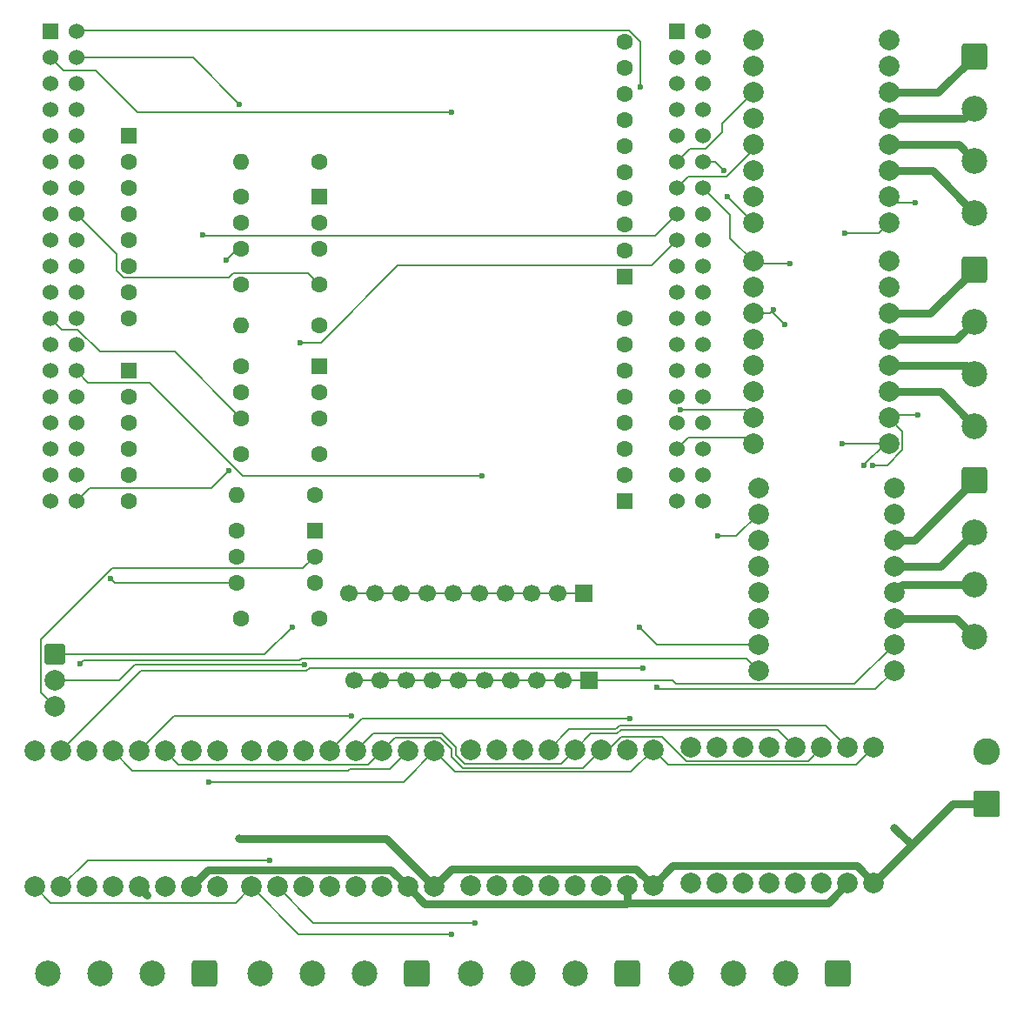
<source format=gbr>
%TF.GenerationSoftware,KiCad,Pcbnew,9.0.5*%
%TF.CreationDate,2025-10-28T11:21:23+01:00*%
%TF.ProjectId,wokringv1ar,776f6b72-696e-4677-9631-61722e6b6963,rev?*%
%TF.SameCoordinates,Original*%
%TF.FileFunction,Copper,L1,Top*%
%TF.FilePolarity,Positive*%
%FSLAX46Y46*%
G04 Gerber Fmt 4.6, Leading zero omitted, Abs format (unit mm)*
G04 Created by KiCad (PCBNEW 9.0.5) date 2025-10-28 11:21:23*
%MOMM*%
%LPD*%
G01*
G04 APERTURE LIST*
G04 Aperture macros list*
%AMRoundRect*
0 Rectangle with rounded corners*
0 $1 Rounding radius*
0 $2 $3 $4 $5 $6 $7 $8 $9 X,Y pos of 4 corners*
0 Add a 4 corners polygon primitive as box body*
4,1,4,$2,$3,$4,$5,$6,$7,$8,$9,$2,$3,0*
0 Add four circle primitives for the rounded corners*
1,1,$1+$1,$2,$3*
1,1,$1+$1,$4,$5*
1,1,$1+$1,$6,$7*
1,1,$1+$1,$8,$9*
0 Add four rect primitives between the rounded corners*
20,1,$1+$1,$2,$3,$4,$5,0*
20,1,$1+$1,$4,$5,$6,$7,0*
20,1,$1+$1,$6,$7,$8,$9,0*
20,1,$1+$1,$8,$9,$2,$3,0*%
G04 Aperture macros list end*
%TA.AperFunction,ComponentPad*%
%ADD10RoundRect,0.250000X-1.000000X1.000000X-1.000000X-1.000000X1.000000X-1.000000X1.000000X1.000000X0*%
%TD*%
%TA.AperFunction,ComponentPad*%
%ADD11C,2.500000*%
%TD*%
%TA.AperFunction,ComponentPad*%
%ADD12R,1.605000X1.605000*%
%TD*%
%TA.AperFunction,ComponentPad*%
%ADD13C,1.605000*%
%TD*%
%TA.AperFunction,ComponentPad*%
%ADD14R,1.530000X1.530000*%
%TD*%
%TA.AperFunction,ComponentPad*%
%ADD15C,1.530000*%
%TD*%
%TA.AperFunction,ComponentPad*%
%ADD16C,2.000000*%
%TD*%
%TA.AperFunction,ComponentPad*%
%ADD17RoundRect,0.250000X1.000000X1.000000X-1.000000X1.000000X-1.000000X-1.000000X1.000000X-1.000000X0*%
%TD*%
%TA.AperFunction,ComponentPad*%
%ADD18RoundRect,0.250000X-0.750000X0.750000X-0.750000X-0.750000X0.750000X-0.750000X0.750000X0.750000X0*%
%TD*%
%TA.AperFunction,ComponentPad*%
%ADD19R,1.700000X1.700000*%
%TD*%
%TA.AperFunction,ComponentPad*%
%ADD20C,1.700000*%
%TD*%
%TA.AperFunction,ComponentPad*%
%ADD21RoundRect,0.250000X1.050000X-1.050000X1.050000X1.050000X-1.050000X1.050000X-1.050000X-1.050000X0*%
%TD*%
%TA.AperFunction,ComponentPad*%
%ADD22C,2.600000*%
%TD*%
%TA.AperFunction,ComponentPad*%
%ADD23RoundRect,0.250000X0.550000X0.550000X-0.550000X0.550000X-0.550000X-0.550000X0.550000X-0.550000X0*%
%TD*%
%TA.AperFunction,ComponentPad*%
%ADD24C,1.600000*%
%TD*%
%TA.AperFunction,ComponentPad*%
%ADD25O,1.600000X1.600000*%
%TD*%
%TA.AperFunction,ViaPad*%
%ADD26C,0.600000*%
%TD*%
%TA.AperFunction,ViaPad*%
%ADD27C,0.800000*%
%TD*%
%TA.AperFunction,Conductor*%
%ADD28C,0.200000*%
%TD*%
%TA.AperFunction,Conductor*%
%ADD29C,0.750000*%
%TD*%
G04 APERTURE END LIST*
D10*
%TO.P,MM6,1,Pin_1*%
%TO.N,/MOTOR6_A1*%
X181500000Y-79000000D03*
D11*
%TO.P,MM6,2,Pin_2*%
%TO.N,/MOTOR6_A2*%
X181500000Y-84080000D03*
%TO.P,MM6,3,Pin_3*%
%TO.N,/MOTOR6_B1*%
X181500000Y-89160000D03*
%TO.P,MM6,4,Pin_4*%
%TO.N,/MOTOR6_B2*%
X181500000Y-94240000D03*
%TD*%
D12*
%TO.P,U1,CN5_1,D8*%
%TO.N,unconnected-(U1F-D8-PadCN5_1)*%
X147500000Y-79740000D03*
D13*
%TO.P,U1,CN5_2,D9*%
%TO.N,unconnected-(U1F-D9-PadCN5_2)*%
X147500000Y-77200000D03*
%TO.P,U1,CN5_3,D10*%
%TO.N,unconnected-(U1F-D10-PadCN5_3)*%
X147500000Y-74660000D03*
%TO.P,U1,CN5_4,D11*%
%TO.N,unconnected-(U1F-D11-PadCN5_4)*%
X147500000Y-72120000D03*
%TO.P,U1,CN5_5,D12*%
%TO.N,unconnected-(U1F-D12-PadCN5_5)*%
X147500000Y-69580000D03*
%TO.P,U1,CN5_6,D13*%
%TO.N,unconnected-(U1F-D13-PadCN5_6)*%
X147500000Y-67040000D03*
%TO.P,U1,CN5_7,CN5_GND*%
%TO.N,unconnected-(U1F-CN5_GND-PadCN5_7)*%
X147500000Y-64500000D03*
%TO.P,U1,CN5_8,AREF*%
%TO.N,unconnected-(U1F-AREF-PadCN5_8)*%
X147500000Y-61960000D03*
%TO.P,U1,CN5_9,D14*%
%TO.N,unconnected-(U1F-D14-PadCN5_9)*%
X147500000Y-59420000D03*
%TO.P,U1,CN5_10,D15*%
%TO.N,unconnected-(U1F-D15-PadCN5_10)*%
X147500000Y-56880000D03*
D12*
%TO.P,U1,CN6_1*%
%TO.N,N/C*%
X99240000Y-66020000D03*
D13*
%TO.P,U1,CN6_2,CN6_IOREF*%
%TO.N,unconnected-(U1C-CN6_IOREF-PadCN6_2)*%
X99240000Y-68560000D03*
%TO.P,U1,CN6_3,CN6_RESET*%
%TO.N,unconnected-(U1C-CN6_RESET-PadCN6_3)*%
X99240000Y-71100000D03*
%TO.P,U1,CN6_4,CN6_+3V3*%
%TO.N,unconnected-(U1C-CN6_+3V3-PadCN6_4)*%
X99240000Y-73640000D03*
%TO.P,U1,CN6_5,CN6_+5V*%
%TO.N,unconnected-(U1C-CN6_+5V-PadCN6_5)*%
X99240000Y-76180000D03*
%TO.P,U1,CN6_6,CN6_GND*%
%TO.N,unconnected-(U1C-CN6_GND-PadCN6_6)*%
X99240000Y-78720000D03*
%TO.P,U1,CN6_7,CN6_GND__1*%
%TO.N,unconnected-(U1C-CN6_GND__1-PadCN6_7)*%
X99240000Y-81260000D03*
%TO.P,U1,CN6_8,CN6_VIN*%
%TO.N,unconnected-(U1C-CN6_VIN-PadCN6_8)*%
X99240000Y-83800000D03*
D14*
%TO.P,U1,CN7_1,PC10*%
%TO.N,DIR5*%
X91620000Y-55860000D03*
D15*
%TO.P,U1,CN7_2,PC11*%
%TO.N,DIR4*%
X94160000Y-55860000D03*
%TO.P,U1,CN7_3,PC12*%
%TO.N,DIR3*%
X91620000Y-58400000D03*
%TO.P,U1,CN7_4,PD2*%
%TO.N,DIR2*%
X94160000Y-58400000D03*
%TO.P,U1,CN7_5,VDD*%
%TO.N,unconnected-(U1A-VDD-PadCN7_5)*%
X91620000Y-60940000D03*
%TO.P,U1,CN7_6,E5V*%
%TO.N,unconnected-(U1A-E5V-PadCN7_6)*%
X94160000Y-60940000D03*
%TO.P,U1,CN7_7,BOOT0*%
%TO.N,unconnected-(U1A-BOOT0-PadCN7_7)*%
X91620000Y-63480000D03*
%TO.P,U1,CN7_8,CN7_GND*%
%TO.N,GND_IO*%
X94160000Y-63480000D03*
%TO.P,U1,CN7_9*%
%TO.N,N/C*%
X91620000Y-66020000D03*
%TO.P,U1,CN7_10*%
X94160000Y-66020000D03*
%TO.P,U1,CN7_11*%
X91620000Y-68560000D03*
%TO.P,U1,CN7_12,CN7_IOREF*%
%TO.N,unconnected-(U1A-CN7_IOREF-PadCN7_12)*%
X94160000Y-68560000D03*
%TO.P,U1,CN7_13,PA13*%
%TO.N,unconnected-(U1A-PA13-PadCN7_13)*%
X91620000Y-71100000D03*
%TO.P,U1,CN7_14,CN7_RESET*%
%TO.N,unconnected-(U1A-CN7_RESET-PadCN7_14)*%
X94160000Y-71100000D03*
%TO.P,U1,CN7_15,PA14*%
%TO.N,unconnected-(U1A-PA14-PadCN7_15)*%
X91620000Y-73640000D03*
%TO.P,U1,CN7_16,CN7_+3V3*%
%TO.N,VCC_IO*%
X94160000Y-73640000D03*
%TO.P,U1,CN7_17,PA15*%
%TO.N,unconnected-(U1A-PA15-PadCN7_17)*%
X91620000Y-76180000D03*
%TO.P,U1,CN7_18,CN7_+5V*%
%TO.N,unconnected-(U1A-CN7_+5V-PadCN7_18)*%
X94160000Y-76180000D03*
%TO.P,U1,CN7_19,CN7_GND__1*%
%TO.N,unconnected-(U1A-CN7_GND__1-PadCN7_19)*%
X91620000Y-78720000D03*
%TO.P,U1,CN7_20,CN7_GND__2*%
%TO.N,unconnected-(U1A-CN7_GND__2-PadCN7_20)*%
X94160000Y-78720000D03*
%TO.P,U1,CN7_21,PB7*%
%TO.N,LIMIT5_OUT*%
X91620000Y-81260000D03*
%TO.P,U1,CN7_22,CN7_GND__3*%
%TO.N,unconnected-(U1A-CN7_GND__3-PadCN7_22)*%
X94160000Y-81260000D03*
%TO.P,U1,CN7_23,PC13*%
%TO.N,LIMIT4_OUT*%
X91620000Y-83800000D03*
%TO.P,U1,CN7_24,CN7_VIN*%
%TO.N,unconnected-(U1A-CN7_VIN-PadCN7_24)*%
X94160000Y-83800000D03*
%TO.P,U1,CN7_25,PC14*%
%TO.N,LIMIT3*%
X91620000Y-86340000D03*
%TO.P,U1,CN7_26*%
%TO.N,N/C*%
X94160000Y-86340000D03*
%TO.P,U1,CN7_27,PC15*%
%TO.N,LIMIT2*%
X91620000Y-88880000D03*
%TO.P,U1,CN7_28,PA0*%
%TO.N,STEP3*%
X94160000Y-88880000D03*
%TO.P,U1,CN7_29,PH0*%
%TO.N,unconnected-(U1A-PH0-PadCN7_29)*%
X91620000Y-91420000D03*
%TO.P,U1,CN7_30,PA1*%
%TO.N,ENC1*%
X94160000Y-91420000D03*
%TO.P,U1,CN7_31,PH1*%
%TO.N,unconnected-(U1A-PH1-PadCN7_31)*%
X91620000Y-93960000D03*
%TO.P,U1,CN7_32,PA4*%
%TO.N,CSN*%
X94160000Y-93960000D03*
%TO.P,U1,CN7_33,VBAT*%
%TO.N,unconnected-(U1A-VBAT-PadCN7_33)*%
X91620000Y-96500000D03*
%TO.P,U1,CN7_34,PB0*%
%TO.N,ENC7*%
X94160000Y-96500000D03*
%TO.P,U1,CN7_35,PC2*%
%TO.N,ENC4*%
X91620000Y-99040000D03*
%TO.P,U1,CN7_36,PC1/PB9*%
%TO.N,DIR1*%
X94160000Y-99040000D03*
%TO.P,U1,CN7_37,PC3*%
%TO.N,ENC2*%
X91620000Y-101580000D03*
%TO.P,U1,CN7_38,PC0/PB8*%
%TO.N,LIMIT1_OUT*%
X94160000Y-101580000D03*
D12*
%TO.P,U1,CN8_1,A0*%
%TO.N,unconnected-(U1E-A0-PadCN8_1)*%
X99240000Y-88880000D03*
D13*
%TO.P,U1,CN8_2,A1*%
%TO.N,unconnected-(U1E-A1-PadCN8_2)*%
X99240000Y-91420000D03*
%TO.P,U1,CN8_3,A2*%
%TO.N,unconnected-(U1E-A2-PadCN8_3)*%
X99240000Y-93960000D03*
%TO.P,U1,CN8_4,A3*%
%TO.N,unconnected-(U1E-A3-PadCN8_4)*%
X99240000Y-96500000D03*
%TO.P,U1,CN8_5,A4*%
%TO.N,unconnected-(U1E-A4-PadCN8_5)*%
X99240000Y-99040000D03*
%TO.P,U1,CN8_6,A5*%
%TO.N,unconnected-(U1E-A5-PadCN8_6)*%
X99240000Y-101580000D03*
D12*
%TO.P,U1,CN9_1,D0*%
%TO.N,unconnected-(U1D-D0-PadCN9_1)*%
X147500000Y-101580000D03*
D13*
%TO.P,U1,CN9_2,D1*%
%TO.N,unconnected-(U1D-D1-PadCN9_2)*%
X147500000Y-99040000D03*
%TO.P,U1,CN9_3,D2*%
%TO.N,unconnected-(U1D-D2-PadCN9_3)*%
X147500000Y-96500000D03*
%TO.P,U1,CN9_4,D3*%
%TO.N,unconnected-(U1D-D3-PadCN9_4)*%
X147500000Y-93960000D03*
%TO.P,U1,CN9_5,D4*%
%TO.N,unconnected-(U1D-D4-PadCN9_5)*%
X147500000Y-91420000D03*
%TO.P,U1,CN9_6,D5*%
%TO.N,unconnected-(U1D-D5-PadCN9_6)*%
X147500000Y-88880000D03*
%TO.P,U1,CN9_7,D6*%
%TO.N,unconnected-(U1D-D6-PadCN9_7)*%
X147500000Y-86340000D03*
%TO.P,U1,CN9_8,D7*%
%TO.N,unconnected-(U1D-D7-PadCN9_8)*%
X147500000Y-83800000D03*
D14*
%TO.P,U1,CN10_1,PC9*%
%TO.N,unconnected-(U1B-PC9-PadCN10_1)*%
X152580000Y-55860000D03*
D15*
%TO.P,U1,CN10_2,PC8*%
%TO.N,unconnected-(U1B-PC8-PadCN10_2)*%
X155120000Y-55860000D03*
%TO.P,U1,CN10_3,PB8*%
%TO.N,STEP5*%
X152580000Y-58400000D03*
%TO.P,U1,CN10_4,PC6*%
%TO.N,STEP4*%
X155120000Y-58400000D03*
%TO.P,U1,CN10_5,PB9*%
%TO.N,STEP6*%
X152580000Y-60940000D03*
%TO.P,U1,CN10_6,PC5*%
%TO.N,ENC5*%
X155120000Y-60940000D03*
%TO.P,U1,CN10_7,AVDD*%
%TO.N,unconnected-(U1B-AVDD-PadCN10_7)*%
X152580000Y-63480000D03*
%TO.P,U1,CN10_8,U5V*%
%TO.N,unconnected-(U1B-U5V-PadCN10_8)*%
X155120000Y-63480000D03*
%TO.P,U1,CN10_9,CN10_GND*%
%TO.N,unconnected-(U1B-CN10_GND-PadCN10_9)*%
X152580000Y-66020000D03*
%TO.P,U1,CN10_10*%
%TO.N,N/C*%
X155120000Y-66020000D03*
%TO.P,U1,CN10_11,PA5*%
%TO.N,SCK*%
X152580000Y-68560000D03*
%TO.P,U1,CN10_12,PA12*%
%TO.N,DIR7*%
X155120000Y-68560000D03*
%TO.P,U1,CN10_13,PA6*%
%TO.N,MISO_OUT*%
X152580000Y-71100000D03*
%TO.P,U1,CN10_14,PA11*%
%TO.N,EN*%
X155120000Y-71100000D03*
%TO.P,U1,CN10_15,PA7*%
%TO.N,MOSI_OUT*%
X152580000Y-73640000D03*
%TO.P,U1,CN10_16,PB12*%
%TO.N,unconnected-(U1B-PB12-PadCN10_16)*%
X155120000Y-73640000D03*
%TO.P,U1,CN10_17,PB6*%
%TO.N,STEP2*%
X152580000Y-76180000D03*
%TO.P,U1,CN10_18*%
%TO.N,N/C*%
X155120000Y-76180000D03*
%TO.P,U1,CN10_19,PC7*%
%TO.N,STEP1*%
X152580000Y-78720000D03*
%TO.P,U1,CN10_20,CN10_GND__1*%
%TO.N,unconnected-(U1B-CN10_GND__1-PadCN10_20)*%
X155120000Y-78720000D03*
%TO.P,U1,CN10_21,PA9*%
%TO.N,unconnected-(U1B-PA9-PadCN10_21)*%
X152580000Y-81260000D03*
%TO.P,U1,CN10_22,PB2*%
%TO.N,unconnected-(U1B-PB2-PadCN10_22)*%
X155120000Y-81260000D03*
%TO.P,U1,CN10_23,PA8*%
%TO.N,unconnected-(U1B-PA8-PadCN10_23)*%
X152580000Y-83800000D03*
%TO.P,U1,CN10_24,PB1*%
%TO.N,ENC3*%
X155120000Y-83800000D03*
%TO.P,U1,CN10_25,PB10*%
%TO.N,unconnected-(U1B-PB10-PadCN10_25)*%
X152580000Y-86340000D03*
%TO.P,U1,CN10_26,PB15*%
%TO.N,unconnected-(U1B-PB15-PadCN10_26)*%
X155120000Y-86340000D03*
%TO.P,U1,CN10_27,PB4*%
%TO.N,unconnected-(U1B-PB4-PadCN10_27)*%
X152580000Y-88880000D03*
%TO.P,U1,CN10_28,PB14*%
%TO.N,STEP7*%
X155120000Y-88880000D03*
%TO.P,U1,CN10_29,PB5*%
%TO.N,LIMIT6*%
X152580000Y-91420000D03*
%TO.P,U1,CN10_30,PB13*%
%TO.N,unconnected-(U1B-PB13-PadCN10_30)*%
X155120000Y-91420000D03*
%TO.P,U1,CN10_31,PB3*%
%TO.N,unconnected-(U1B-PB3-PadCN10_31)*%
X152580000Y-93960000D03*
%TO.P,U1,CN10_32,AGND*%
%TO.N,unconnected-(U1B-AGND-PadCN10_32)*%
X155120000Y-93960000D03*
%TO.P,U1,CN10_33,PA10*%
%TO.N,DIR6*%
X152580000Y-96500000D03*
%TO.P,U1,CN10_34,PC4*%
%TO.N,ENC6*%
X155120000Y-96500000D03*
%TO.P,U1,CN10_35,PA2*%
%TO.N,unconnected-(U1B-PA2-PadCN10_35)*%
X152580000Y-99040000D03*
%TO.P,U1,CN10_36*%
%TO.N,N/C*%
X155120000Y-99040000D03*
%TO.P,U1,CN10_37,PA3*%
%TO.N,unconnected-(U1B-PA3-PadCN10_37)*%
X152580000Y-101580000D03*
%TO.P,U1,CN10_38*%
%TO.N,N/C*%
X155120000Y-101580000D03*
%TD*%
D16*
%TO.P,TMC2,1,EN*%
%TO.N,EN*%
X128930000Y-125896000D03*
%TO.P,TMC2,2,MOSI*%
%TO.N,Net-(TMC1-MISO)*%
X126390000Y-125896000D03*
%TO.P,TMC2,3,SCK*%
%TO.N,SCK*%
X123850000Y-125896000D03*
%TO.P,TMC2,4,CSN*%
%TO.N,CSN*%
X121310000Y-125896000D03*
%TO.P,TMC2,5,MISO*%
%TO.N,Net-(TMC2-MISO)*%
X118770000Y-125896000D03*
%TO.P,TMC2,6,CLK*%
%TO.N,unconnected-(TMC2-CLK-Pad6)*%
X116230000Y-125896000D03*
%TO.P,TMC2,7,STEP*%
%TO.N,STEP2*%
X113690000Y-125896000D03*
%TO.P,TMC2,8,DIR*%
%TO.N,DIR2*%
X111150000Y-125896000D03*
%TO.P,TMC2,9,VM*%
%TO.N,VM*%
X128930000Y-139104000D03*
%TO.P,TMC2,10,GND*%
%TO.N,GND*%
X126390000Y-139104000D03*
%TO.P,TMC2,11,A1*%
%TO.N,/MOTOR2_A1*%
X123850000Y-139104000D03*
%TO.P,TMC2,12,A2*%
%TO.N,/MOTOR2_A2*%
X121310000Y-139104000D03*
%TO.P,TMC2,13,B1*%
%TO.N,/MOTOR2_B1*%
X118770000Y-139104000D03*
%TO.P,TMC2,14,B2*%
%TO.N,/MOTOR2_B2*%
X116230000Y-139104000D03*
%TO.P,TMC2,15,VCC_IO*%
%TO.N,VCC_IO*%
X113690000Y-139104000D03*
%TO.P,TMC2,16,GND_IO*%
%TO.N,GND_IO*%
X111150000Y-139104000D03*
%TD*%
D17*
%TO.P,MM2,1,Pin_1*%
%TO.N,/MOTOR2_A1*%
X127240000Y-147500000D03*
D11*
%TO.P,MM2,2,Pin_2*%
%TO.N,/MOTOR2_A2*%
X122160000Y-147500000D03*
%TO.P,MM2,3,Pin_3*%
%TO.N,/MOTOR2_B1*%
X117080000Y-147500000D03*
%TO.P,MM2,4,Pin_4*%
%TO.N,/MOTOR2_B2*%
X112000000Y-147500000D03*
%TD*%
D18*
%TO.P,J1,1,Pin_1*%
%TO.N,LIMIT1_IN*%
X92000000Y-116500000D03*
D16*
%TO.P,J1,2,Pin_2*%
%TO.N,LIMIT4_IN*%
X92000000Y-119040000D03*
%TO.P,J1,3,Pin_3*%
%TO.N,LIMIT5_IN*%
X92000000Y-121580000D03*
%TD*%
%TO.P,TMC1,1,EN*%
%TO.N,EN*%
X107850000Y-125896000D03*
%TO.P,TMC1,2,MOSI*%
%TO.N,MOSI_OUT*%
X105310000Y-125896000D03*
%TO.P,TMC1,3,SCK*%
%TO.N,SCK*%
X102770000Y-125896000D03*
%TO.P,TMC1,4,CSN*%
%TO.N,CSN*%
X100230000Y-125896000D03*
%TO.P,TMC1,5,MISO*%
%TO.N,Net-(TMC1-MISO)*%
X97690000Y-125896000D03*
%TO.P,TMC1,6,CLK*%
%TO.N,unconnected-(TMC1-CLK-Pad6)*%
X95150000Y-125896000D03*
%TO.P,TMC1,7,STEP*%
%TO.N,STEP1*%
X92610000Y-125896000D03*
%TO.P,TMC1,8,DIR*%
%TO.N,DIR1*%
X90070000Y-125896000D03*
%TO.P,TMC1,9,VM*%
%TO.N,VM*%
X107850000Y-139104000D03*
%TO.P,TMC1,10,GND*%
%TO.N,GND*%
X105310000Y-139104000D03*
%TO.P,TMC1,11,A1*%
%TO.N,/MOTOR1_A1*%
X102770000Y-139104000D03*
%TO.P,TMC1,12,A2*%
%TO.N,/MOTOR1_A2*%
X100230000Y-139104000D03*
%TO.P,TMC1,13,B1*%
%TO.N,/MOTOR1_B1*%
X97690000Y-139104000D03*
%TO.P,TMC1,14,B2*%
%TO.N,/MOTOR1_B2*%
X95150000Y-139104000D03*
%TO.P,TMC1,15,VCC_IO*%
%TO.N,VCC_IO*%
X92610000Y-139104000D03*
%TO.P,TMC1,16,GND_IO*%
%TO.N,GND_IO*%
X90070000Y-139104000D03*
%TD*%
D10*
%TO.P,MM5,1,Pin_1*%
%TO.N,/MOTOR5_A1*%
X181500000Y-99500000D03*
D11*
%TO.P,MM5,2,Pin_2*%
%TO.N,/MOTOR5_A2*%
X181500000Y-104580000D03*
%TO.P,MM5,3,Pin_3*%
%TO.N,/MOTOR5_B1*%
X181500000Y-109660000D03*
%TO.P,MM5,4,Pin_4*%
%TO.N,/MOTOR5_B2*%
X181500000Y-114740000D03*
%TD*%
D10*
%TO.P,MM7,1,Pin_1*%
%TO.N,/MOTOR7_A1*%
X181500000Y-58260000D03*
D11*
%TO.P,MM7,2,Pin_2*%
%TO.N,/MOTOR7_A2*%
X181500000Y-63340000D03*
%TO.P,MM7,3,Pin_3*%
%TO.N,/MOTOR7_B1*%
X181500000Y-68420000D03*
%TO.P,MM7,4,Pin_4*%
%TO.N,/MOTOR7_B2*%
X181500000Y-73500000D03*
%TD*%
D16*
%TO.P,TMC3,1,EN*%
%TO.N,EN*%
X150240000Y-125792000D03*
%TO.P,TMC3,2,MOSI*%
%TO.N,Net-(TMC2-MISO)*%
X147700000Y-125792000D03*
%TO.P,TMC3,3,SCK*%
%TO.N,SCK*%
X145160000Y-125792000D03*
%TO.P,TMC3,4,CSN*%
%TO.N,CSN*%
X142620000Y-125792000D03*
%TO.P,TMC3,5,MISO*%
%TO.N,Net-(TMC3-MISO)*%
X140080000Y-125792000D03*
%TO.P,TMC3,6,CLK*%
%TO.N,unconnected-(TMC3-CLK-Pad6)*%
X137540000Y-125792000D03*
%TO.P,TMC3,7,STEP*%
%TO.N,STEP3*%
X135000000Y-125792000D03*
%TO.P,TMC3,8,DIR*%
%TO.N,DIR3*%
X132460000Y-125792000D03*
%TO.P,TMC3,9,VM*%
%TO.N,VM*%
X150240000Y-139000000D03*
%TO.P,TMC3,10,GND*%
%TO.N,GND*%
X147700000Y-139000000D03*
%TO.P,TMC3,11,A1*%
%TO.N,/MOTOR3_A1*%
X145160000Y-139000000D03*
%TO.P,TMC3,12,A2*%
%TO.N,/MOTOR3_A2*%
X142620000Y-139000000D03*
%TO.P,TMC3,13,B1*%
%TO.N,/MOTOR3_B1*%
X140080000Y-139000000D03*
%TO.P,TMC3,14,B2*%
%TO.N,/MOTOR3_B2*%
X137540000Y-139000000D03*
%TO.P,TMC3,15,VCC_IO*%
%TO.N,VCC_IO*%
X135000000Y-139000000D03*
%TO.P,TMC3,16,GND_IO*%
%TO.N,GND_IO*%
X132460000Y-139000000D03*
%TD*%
%TO.P,TMC5,1,EN*%
%TO.N,EN*%
X160500000Y-100260000D03*
%TO.P,TMC5,2,MOSI*%
%TO.N,Net-(TMC4-MISO)*%
X160500000Y-102800000D03*
%TO.P,TMC5,3,SCK*%
%TO.N,SCK*%
X160500000Y-105340000D03*
%TO.P,TMC5,4,CSN*%
%TO.N,CSN*%
X160500000Y-107880000D03*
%TO.P,TMC5,5,MISO*%
%TO.N,Net-(TMC5-MISO)*%
X160500000Y-110420000D03*
%TO.P,TMC5,6,CLK*%
%TO.N,unconnected-(TMC5-CLK-Pad6)*%
X160500000Y-112960000D03*
%TO.P,TMC5,7,STEP*%
%TO.N,STEP5*%
X160500000Y-115500000D03*
%TO.P,TMC5,8,DIR*%
%TO.N,DIR5*%
X160500000Y-118040000D03*
%TO.P,TMC5,9,VM*%
%TO.N,VM*%
X173708000Y-100260000D03*
%TO.P,TMC5,10,GND*%
%TO.N,GND*%
X173708000Y-102800000D03*
%TO.P,TMC5,11,A1*%
%TO.N,/MOTOR5_A1*%
X173708000Y-105340000D03*
%TO.P,TMC5,12,A2*%
%TO.N,/MOTOR5_A2*%
X173708000Y-107880000D03*
%TO.P,TMC5,13,B1*%
%TO.N,/MOTOR5_B1*%
X173708000Y-110420000D03*
%TO.P,TMC5,14,B2*%
%TO.N,/MOTOR5_B2*%
X173708000Y-112960000D03*
%TO.P,TMC5,15,VCC_IO*%
%TO.N,VCC_IO*%
X173708000Y-115500000D03*
%TO.P,TMC5,16,GND_IO*%
%TO.N,GND_IO*%
X173708000Y-118040000D03*
%TD*%
%TO.P,TMC7,1,EN*%
%TO.N,EN*%
X160000000Y-56720000D03*
%TO.P,TMC7,2,MOSI*%
%TO.N,Net-(TMC6-MISO)*%
X160000000Y-59260000D03*
%TO.P,TMC7,3,SCK*%
%TO.N,SCK*%
X160000000Y-61800000D03*
%TO.P,TMC7,4,CSN*%
%TO.N,CSN*%
X160000000Y-64340000D03*
%TO.P,TMC7,5,MISO*%
%TO.N,MISO_OUT*%
X160000000Y-66880000D03*
%TO.P,TMC7,6,CLK*%
%TO.N,unconnected-(TMC7-CLK-Pad6)*%
X160000000Y-69420000D03*
%TO.P,TMC7,7,STEP*%
%TO.N,STEP7*%
X160000000Y-71960000D03*
%TO.P,TMC7,8,DIR*%
%TO.N,DIR7*%
X160000000Y-74500000D03*
%TO.P,TMC7,9,VM*%
%TO.N,VM*%
X173208000Y-56720000D03*
%TO.P,TMC7,10,GND*%
%TO.N,GND*%
X173208000Y-59260000D03*
%TO.P,TMC7,11,A1*%
%TO.N,/MOTOR7_A1*%
X173208000Y-61800000D03*
%TO.P,TMC7,12,A2*%
%TO.N,/MOTOR7_A2*%
X173208000Y-64340000D03*
%TO.P,TMC7,13,B1*%
%TO.N,/MOTOR7_B1*%
X173208000Y-66880000D03*
%TO.P,TMC7,14,B2*%
%TO.N,/MOTOR7_B2*%
X173208000Y-69420000D03*
%TO.P,TMC7,15,VCC_IO*%
%TO.N,VCC_IO*%
X173208000Y-71960000D03*
%TO.P,TMC7,16,GND_IO*%
%TO.N,GND_IO*%
X173208000Y-74500000D03*
%TD*%
%TO.P,TMC4,1,EN*%
%TO.N,EN*%
X171740000Y-125500000D03*
%TO.P,TMC4,2,MOSI*%
%TO.N,Net-(TMC3-MISO)*%
X169200000Y-125500000D03*
%TO.P,TMC4,3,SCK*%
%TO.N,SCK*%
X166660000Y-125500000D03*
%TO.P,TMC4,4,CSN*%
%TO.N,CSN*%
X164120000Y-125500000D03*
%TO.P,TMC4,5,MISO*%
%TO.N,Net-(TMC4-MISO)*%
X161580000Y-125500000D03*
%TO.P,TMC4,6,CLK*%
%TO.N,unconnected-(TMC4-CLK-Pad6)*%
X159040000Y-125500000D03*
%TO.P,TMC4,7,STEP*%
%TO.N,STEP4*%
X156500000Y-125500000D03*
%TO.P,TMC4,8,DIR*%
%TO.N,DIR4*%
X153960000Y-125500000D03*
%TO.P,TMC4,9,VM*%
%TO.N,VM*%
X171740000Y-138708000D03*
%TO.P,TMC4,10,GND*%
%TO.N,GND*%
X169200000Y-138708000D03*
%TO.P,TMC4,11,A1*%
%TO.N,/MOTOR4_A1*%
X166660000Y-138708000D03*
%TO.P,TMC4,12,A2*%
%TO.N,/MOTOR4_A2*%
X164120000Y-138708000D03*
%TO.P,TMC4,13,B1*%
%TO.N,/MOTOR4_B1*%
X161580000Y-138708000D03*
%TO.P,TMC4,14,B2*%
%TO.N,/MOTOR4_B2*%
X159040000Y-138708000D03*
%TO.P,TMC4,15,VCC_IO*%
%TO.N,VCC_IO*%
X156500000Y-138708000D03*
%TO.P,TMC4,16,GND_IO*%
%TO.N,GND_IO*%
X153960000Y-138708000D03*
%TD*%
D17*
%TO.P,MM4,1,Pin_1*%
%TO.N,/MOTOR4_A1*%
X168240000Y-147500000D03*
D11*
%TO.P,MM4,2,Pin_2*%
%TO.N,/MOTOR4_A2*%
X163160000Y-147500000D03*
%TO.P,MM4,3,Pin_3*%
%TO.N,/MOTOR4_B1*%
X158080000Y-147500000D03*
%TO.P,MM4,4,Pin_4*%
%TO.N,/MOTOR4_B2*%
X153000000Y-147500000D03*
%TD*%
D16*
%TO.P,TMC6,1,EN*%
%TO.N,EN*%
X160000000Y-78220000D03*
%TO.P,TMC6,2,MOSI*%
%TO.N,Net-(TMC5-MISO)*%
X160000000Y-80760000D03*
%TO.P,TMC6,3,SCK*%
%TO.N,SCK*%
X160000000Y-83300000D03*
%TO.P,TMC6,4,CSN*%
%TO.N,CSN*%
X160000000Y-85840000D03*
%TO.P,TMC6,5,MISO*%
%TO.N,Net-(TMC6-MISO)*%
X160000000Y-88380000D03*
%TO.P,TMC6,6,CLK*%
%TO.N,unconnected-(TMC6-CLK-Pad6)*%
X160000000Y-90920000D03*
%TO.P,TMC6,7,STEP*%
%TO.N,STEP6*%
X160000000Y-93460000D03*
%TO.P,TMC6,8,DIR*%
%TO.N,DIR6*%
X160000000Y-96000000D03*
%TO.P,TMC6,9,VM*%
%TO.N,VM*%
X173208000Y-78220000D03*
%TO.P,TMC6,10,GND*%
%TO.N,GND*%
X173208000Y-80760000D03*
%TO.P,TMC6,11,A1*%
%TO.N,/MOTOR6_A1*%
X173208000Y-83300000D03*
%TO.P,TMC6,12,A2*%
%TO.N,/MOTOR6_A2*%
X173208000Y-85840000D03*
%TO.P,TMC6,13,B1*%
%TO.N,/MOTOR6_B1*%
X173208000Y-88380000D03*
%TO.P,TMC6,14,B2*%
%TO.N,/MOTOR6_B2*%
X173208000Y-90920000D03*
%TO.P,TMC6,15,VCC_IO*%
%TO.N,VCC_IO*%
X173208000Y-93460000D03*
%TO.P,TMC6,16,GND_IO*%
%TO.N,GND_IO*%
X173208000Y-96000000D03*
%TD*%
D19*
%TO.P,Encoder_MUX_VIO1,1,Pin_1*%
%TO.N,VCC_IO*%
X144040000Y-119045000D03*
D20*
%TO.P,Encoder_MUX_VIO1,2,Pin_2*%
X141500000Y-119045000D03*
%TO.P,Encoder_MUX_VIO1,3,Pin_3*%
X138960000Y-119045000D03*
%TO.P,Encoder_MUX_VIO1,4,Pin_4*%
X136420000Y-119045000D03*
%TO.P,Encoder_MUX_VIO1,5,Pin_5*%
X133880000Y-119045000D03*
%TO.P,Encoder_MUX_VIO1,6,Pin_6*%
X131340000Y-119045000D03*
%TO.P,Encoder_MUX_VIO1,7,Pin_7*%
X128800000Y-119045000D03*
%TO.P,Encoder_MUX_VIO1,8,Pin_8*%
X126260000Y-119045000D03*
%TO.P,Encoder_MUX_VIO1,9,Pin_9*%
X123720000Y-119045000D03*
%TO.P,Encoder_MUX_VIO1,10,Pin_10*%
X121180000Y-119045000D03*
%TD*%
D17*
%TO.P,MM3,1,Pin_1*%
%TO.N,/MOTOR3_A1*%
X147740000Y-147500000D03*
D11*
%TO.P,MM3,2,Pin_2*%
%TO.N,/MOTOR3_A2*%
X142660000Y-147500000D03*
%TO.P,MM3,3,Pin_3*%
%TO.N,/MOTOR3_B1*%
X137580000Y-147500000D03*
%TO.P,MM3,4,Pin_4*%
%TO.N,/MOTOR3_B2*%
X132500000Y-147500000D03*
%TD*%
D17*
%TO.P,MM1,1,Pin_1*%
%TO.N,/MOTOR1_A1*%
X106620000Y-147500000D03*
D11*
%TO.P,MM1,2,Pin_2*%
%TO.N,/MOTOR1_A2*%
X101540000Y-147500000D03*
%TO.P,MM1,3,Pin_3*%
%TO.N,/MOTOR1_B1*%
X96460000Y-147500000D03*
%TO.P,MM1,4,Pin_4*%
%TO.N,/MOTOR1_B2*%
X91380000Y-147500000D03*
%TD*%
D21*
%TO.P,PS1,1,Pin_1*%
%TO.N,VM*%
X182667500Y-131045000D03*
D22*
%TO.P,PS1,2,Pin_2*%
%TO.N,GND*%
X182667500Y-125965000D03*
%TD*%
D19*
%TO.P,Encoder_MUX_GND1,1,Pin_1*%
%TO.N,GND_IO*%
X143540000Y-110500000D03*
D20*
%TO.P,Encoder_MUX_GND1,2,Pin_2*%
X141000000Y-110500000D03*
%TO.P,Encoder_MUX_GND1,3,Pin_3*%
X138460000Y-110500000D03*
%TO.P,Encoder_MUX_GND1,4,Pin_4*%
X135920000Y-110500000D03*
%TO.P,Encoder_MUX_GND1,5,Pin_5*%
X133380000Y-110500000D03*
%TO.P,Encoder_MUX_GND1,6,Pin_6*%
X130840000Y-110500000D03*
%TO.P,Encoder_MUX_GND1,7,Pin_7*%
X128300000Y-110500000D03*
%TO.P,Encoder_MUX_GND1,8,Pin_8*%
X125760000Y-110500000D03*
%TO.P,Encoder_MUX_GND1,9,Pin_9*%
X123220000Y-110500000D03*
%TO.P,Encoder_MUX_GND1,10,Pin_10*%
X120680000Y-110500000D03*
%TD*%
D23*
%TO.P,OC1,1*%
%TO.N,/RIN_1*%
X117805000Y-71960000D03*
D24*
%TO.P,OC1,2*%
%TO.N,LIMIT1_IN*%
X117805000Y-74500000D03*
%TO.P,OC1,3,NC*%
%TO.N,unconnected-(OC1-NC-Pad3)*%
X117805000Y-77040000D03*
%TO.P,OC1,4*%
%TO.N,LIMIT1_OUT*%
X110185000Y-77040000D03*
%TO.P,OC1,5*%
%TO.N,Net-(OC1-Pad5)*%
X110185000Y-74500000D03*
%TO.P,OC1,6*%
%TO.N,unconnected-(OC1-Pad6)*%
X110185000Y-71960000D03*
%TD*%
%TO.P,R4,1*%
%TO.N,VCC_IO*%
X117810000Y-80500000D03*
%TO.P,R4,2*%
%TO.N,Net-(OC1-Pad5)*%
X110190000Y-80500000D03*
%TD*%
D23*
%TO.P,OC2,1*%
%TO.N,/RIN_2*%
X117805000Y-88460000D03*
D24*
%TO.P,OC2,2*%
%TO.N,LIMIT4_IN*%
X117805000Y-91000000D03*
%TO.P,OC2,3,NC*%
%TO.N,unconnected-(OC2-NC-Pad3)*%
X117805000Y-93540000D03*
%TO.P,OC2,4*%
%TO.N,LIMIT4_OUT*%
X110185000Y-93540000D03*
%TO.P,OC2,5*%
%TO.N,Net-(OC2-Pad5)*%
X110185000Y-91000000D03*
%TO.P,OC2,6*%
%TO.N,unconnected-(OC2-Pad6)*%
X110185000Y-88460000D03*
%TD*%
%TO.P,R3,1*%
%TO.N,/RIN_3*%
X117310000Y-101000000D03*
D25*
%TO.P,R3,2*%
%TO.N,VM*%
X109690000Y-101000000D03*
%TD*%
D24*
%TO.P,R2,1*%
%TO.N,/RIN_2*%
X117810000Y-84500000D03*
D25*
%TO.P,R2,2*%
%TO.N,VM*%
X110190000Y-84500000D03*
%TD*%
D24*
%TO.P,R5,1*%
%TO.N,VCC_IO*%
X117810000Y-97000000D03*
%TO.P,R5,2*%
%TO.N,Net-(OC2-Pad5)*%
X110190000Y-97000000D03*
%TD*%
D23*
%TO.P,OC3,1*%
%TO.N,/RIN_3*%
X117305000Y-104460000D03*
D24*
%TO.P,OC3,2*%
%TO.N,LIMIT5_IN*%
X117305000Y-107000000D03*
%TO.P,OC3,3,NC*%
%TO.N,unconnected-(OC3-NC-Pad3)*%
X117305000Y-109540000D03*
%TO.P,OC3,4*%
%TO.N,LIMIT5_OUT*%
X109685000Y-109540000D03*
%TO.P,OC3,5*%
%TO.N,Net-(OC3-Pad5)*%
X109685000Y-107000000D03*
%TO.P,OC3,6*%
%TO.N,unconnected-(OC3-Pad6)*%
X109685000Y-104460000D03*
%TD*%
%TO.P,R6,1*%
%TO.N,VCC_IO*%
X117810000Y-113000000D03*
%TO.P,R6,2*%
%TO.N,Net-(OC3-Pad5)*%
X110190000Y-113000000D03*
%TD*%
%TO.P,R1,1*%
%TO.N,/RIN_1*%
X117810000Y-68500000D03*
D25*
%TO.P,R1,2*%
%TO.N,VM*%
X110190000Y-68500000D03*
%TD*%
D26*
%TO.N,EN*%
X163598000Y-78448900D03*
X107056000Y-128871000D03*
%TO.N,LIMIT1_IN*%
X115111000Y-113814000D03*
%TO.N,LIMIT4_IN*%
X116291000Y-117486000D03*
D27*
%TO.N,VM*%
X173756000Y-133361000D03*
X110003000Y-134444000D03*
D26*
%TO.N,GND_IO*%
X130633000Y-143724000D03*
X150585000Y-119649000D03*
X170812000Y-98056100D03*
X168945000Y-75501800D03*
X168670000Y-96014800D03*
%TO.N,SCK*%
X163085000Y-84343100D03*
X161955000Y-82938600D03*
%TO.N,VCC_IO*%
X171650000Y-98059400D03*
X112950000Y-136503000D03*
X132893000Y-142589000D03*
X175769000Y-72554700D03*
X176011000Y-93184400D03*
%TO.N,DIR4*%
X149046000Y-61231200D03*
%TO.N,CSN*%
X120896000Y-122476000D03*
%TO.N,DIR5*%
X94477400Y-117417000D03*
%TO.N,STEP5*%
X148943000Y-113814000D03*
%TO.N,STEP6*%
X152925000Y-92690000D03*
%TO.N,DIR7*%
X157441000Y-71951600D03*
X157127000Y-69409600D03*
%TO.N,STEP1*%
X149282000Y-117786000D03*
%TO.N,STEP2*%
X115898000Y-86114800D03*
%TO.N,DIR2*%
X110003000Y-62926600D03*
%TO.N,STEP3*%
X133580000Y-99078600D03*
%TO.N,DIR3*%
X130633000Y-63713400D03*
%TO.N,LIMIT1_OUT*%
X108989000Y-98591300D03*
X108722000Y-78100300D03*
%TO.N,MOSI_OUT*%
X106429000Y-75681900D03*
%TO.N,Net-(TMC2-MISO)*%
X148008000Y-122734000D03*
%TO.N,Net-(TMC4-MISO)*%
X156519000Y-104973000D03*
%TO.N,LIMIT5_OUT*%
X97452000Y-109094000D03*
%TD*%
D28*
%TO.N,EN*%
X151698000Y-127250000D02*
X169990000Y-127250000D01*
X157737000Y-75956900D02*
X160000000Y-78220000D01*
X125955000Y-128871000D02*
X128930000Y-125896000D01*
X148111000Y-127921000D02*
X150240000Y-125792000D01*
X163598000Y-78448900D02*
X163687000Y-78448900D01*
X107056000Y-128871000D02*
X108179000Y-128871000D01*
X163687000Y-78448900D02*
X163598000Y-78448900D01*
X160000000Y-78220000D02*
X160229000Y-78448900D01*
X155120000Y-71100000D02*
X157737000Y-73716900D01*
X157737000Y-73716900D02*
X157737000Y-75956900D01*
X128930000Y-125896000D02*
X130955000Y-127921000D01*
X108179000Y-128871000D02*
X125955000Y-128871000D01*
X160229000Y-78448900D02*
X163598000Y-78448900D01*
X130955000Y-127921000D02*
X148111000Y-127921000D01*
X107056000Y-128871000D02*
X108179000Y-128871000D01*
X169990000Y-127250000D02*
X171740000Y-125500000D01*
X150240000Y-125792000D02*
X151698000Y-127250000D01*
X108179000Y-128871000D02*
X107056000Y-128871000D01*
%TO.N,LIMIT5_IN*%
X90643500Y-120224000D02*
X92000000Y-121580000D01*
X90643500Y-115052000D02*
X90643500Y-120224000D01*
X97577000Y-108118000D02*
X90643500Y-115052000D01*
X117305000Y-107000000D02*
X116187000Y-108118000D01*
X116187000Y-108118000D02*
X97577000Y-108118000D01*
%TO.N,LIMIT1_IN*%
X115111000Y-113814000D02*
X112425000Y-116500000D01*
X112425000Y-116500000D02*
X92000000Y-116500000D01*
%TO.N,LIMIT4_IN*%
X99844000Y-117486000D02*
X98289500Y-119040000D01*
X116291000Y-117486000D02*
X99844000Y-117486000D01*
X98289500Y-119040000D02*
X92000000Y-119040000D01*
D29*
%TO.N,VM*%
X182668000Y-131045000D02*
X179403000Y-131045000D01*
X130670000Y-137364000D02*
X148604000Y-137364000D01*
X150240000Y-139000000D02*
X152178000Y-137062000D01*
X110003000Y-134444000D02*
X124270000Y-134444000D01*
X175422000Y-135026000D02*
X171740000Y-138708000D01*
X173756000Y-133361000D02*
X175422000Y-135026000D01*
X128930000Y-139104000D02*
X130670000Y-137364000D01*
X179403000Y-131045000D02*
X175422000Y-135026000D01*
X148604000Y-137364000D02*
X150240000Y-139000000D01*
X170094000Y-137062000D02*
X171740000Y-138708000D01*
X124270000Y-134444000D02*
X128930000Y-139104000D01*
X152178000Y-137062000D02*
X170094000Y-137062000D01*
D28*
%TO.N,GND_IO*%
X135920000Y-110500000D02*
X138460000Y-110500000D01*
X173193000Y-96014800D02*
X173208000Y-96000000D01*
X123220000Y-110500000D02*
X120680000Y-110500000D01*
X143540000Y-110500000D02*
X141000000Y-110500000D01*
X168670000Y-96014800D02*
X173193000Y-96014800D01*
X170812000Y-98046600D02*
X170812000Y-98056100D01*
X90070000Y-139104000D02*
X91610300Y-140644000D01*
X133380000Y-110500000D02*
X130840000Y-110500000D01*
X109610000Y-140644000D02*
X111150000Y-139104000D01*
X173208000Y-96000000D02*
X172859000Y-96000000D01*
X171908000Y-119840000D02*
X150776000Y-119840000D01*
X111150000Y-139104000D02*
X115770000Y-143724000D01*
X130840000Y-110500000D02*
X128300000Y-110500000D01*
X91610300Y-140644000D02*
X109610000Y-140644000D01*
X128300000Y-110500000D02*
X125760000Y-110500000D01*
X115770000Y-143724000D02*
X130633000Y-143724000D01*
X123220000Y-110500000D02*
X125760000Y-110500000D01*
X172206000Y-75501800D02*
X168945000Y-75501800D01*
X141000000Y-110500000D02*
X138460000Y-110500000D01*
X173708000Y-118040000D02*
X171908000Y-119840000D01*
X173208000Y-74500000D02*
X172206000Y-75501800D01*
X135920000Y-110500000D02*
X133380000Y-110500000D01*
X150776000Y-119840000D02*
X150585000Y-119649000D01*
X172859000Y-96000000D02*
X170812000Y-98046600D01*
%TO.N,SCK*%
X131723000Y-127520000D02*
X130643000Y-126440000D01*
X155394000Y-67290000D02*
X153850000Y-67290000D01*
X161955000Y-83065600D02*
X161955000Y-82938600D01*
X123850000Y-125896000D02*
X122538000Y-127208000D01*
X161828000Y-83065600D02*
X161955000Y-82938600D01*
X156984000Y-65699100D02*
X155394000Y-67290000D01*
X161955000Y-82938600D02*
X161955000Y-83065600D01*
X143432000Y-127520000D02*
X131723000Y-127520000D01*
X161615000Y-83300000D02*
X161828000Y-83086200D01*
X163085000Y-84343100D02*
X161828000Y-83086200D01*
X125172000Y-124574000D02*
X123850000Y-125896000D01*
X153468000Y-126848000D02*
X151109000Y-124490000D01*
X156984000Y-64815600D02*
X156984000Y-65699100D01*
X160000000Y-83300000D02*
X161615000Y-83300000D01*
X166660000Y-125500000D02*
X165312000Y-126848000D01*
X153850000Y-67290000D02*
X152580000Y-68560000D01*
X130643000Y-126440000D02*
X130643000Y-125707000D01*
X129510000Y-124574000D02*
X125172000Y-124574000D01*
X161828000Y-83086100D02*
X161828000Y-83065600D01*
X147162000Y-124490000D02*
X145859000Y-125792000D01*
X160000000Y-61800000D02*
X156984000Y-64815600D01*
X151109000Y-124490000D02*
X147162000Y-124490000D01*
X104082000Y-127208000D02*
X102770000Y-125896000D01*
X130643000Y-125707000D02*
X129510000Y-124574000D01*
X145859000Y-125792000D02*
X145160000Y-125792000D01*
X161828000Y-83086200D02*
X161828000Y-83086100D01*
X122538000Y-127208000D02*
X104082000Y-127208000D01*
X165312000Y-126848000D02*
X153468000Y-126848000D01*
X145160000Y-125792000D02*
X143432000Y-127520000D01*
%TO.N,VCC_IO*%
X174517000Y-96580700D02*
X173038000Y-98059400D01*
X133880000Y-119045000D02*
X131340000Y-119045000D01*
X121180000Y-119045000D02*
X123720000Y-119045000D01*
X169843000Y-119365000D02*
X152461000Y-119365000D01*
X123720000Y-119045000D02*
X126260000Y-119045000D01*
X135314000Y-119045000D02*
X138960000Y-119045000D01*
X116706000Y-79395600D02*
X117810000Y-80500000D01*
X144040000Y-119045000D02*
X145192000Y-119045000D01*
X117175000Y-142589000D02*
X132893000Y-142589000D01*
X98054000Y-77534000D02*
X98054000Y-79160600D01*
X174517000Y-94768600D02*
X174517000Y-96580700D01*
X128800000Y-119045000D02*
X126260000Y-119045000D01*
X109385000Y-79395600D02*
X116706000Y-79395600D01*
X127694000Y-119045000D02*
X131340000Y-119045000D01*
X113690000Y-139104000D02*
X117175000Y-142589000D01*
X173708000Y-115500000D02*
X169843000Y-119365000D01*
X152142000Y-119045000D02*
X145192000Y-119045000D01*
X95211300Y-136503000D02*
X112950000Y-136503000D01*
X173038000Y-98059400D02*
X171650000Y-98059400D01*
X152461000Y-119365000D02*
X152142000Y-119045000D01*
X94160000Y-73640000D02*
X98054000Y-77534000D01*
X108952000Y-79829100D02*
X109385000Y-79395600D01*
X136420000Y-119045000D02*
X135314000Y-119045000D01*
X144040000Y-119045000D02*
X141500000Y-119045000D01*
X135314000Y-119045000D02*
X133880000Y-119045000D01*
X98722500Y-79829100D02*
X108952000Y-79829100D01*
X173803000Y-72554700D02*
X175769000Y-72554700D01*
X173208000Y-93460000D02*
X174517000Y-94768600D01*
X141500000Y-119045000D02*
X138960000Y-119045000D01*
X173208000Y-71960000D02*
X173803000Y-72554700D01*
X98054000Y-79160600D02*
X98722500Y-79829100D01*
X176011000Y-93184400D02*
X173484000Y-93184400D01*
X173484000Y-93184400D02*
X173208000Y-93460000D01*
X92610000Y-139104000D02*
X95211300Y-136503000D01*
D29*
%TO.N,GND*%
X169200000Y-138708000D02*
X167264000Y-140644000D01*
X147590000Y-140753000D02*
X128039000Y-140753000D01*
X124749000Y-137463000D02*
X126390000Y-139104000D01*
X106951000Y-137463000D02*
X124749000Y-137463000D01*
X147700000Y-139000000D02*
X147700000Y-140644000D01*
X105310000Y-139104000D02*
X106951000Y-137463000D01*
X147700000Y-140644000D02*
X147590000Y-140753000D01*
X128039000Y-140753000D02*
X126390000Y-139104000D01*
X167264000Y-140644000D02*
X147700000Y-140644000D01*
D28*
%TO.N,DIR4*%
X149046000Y-61231200D02*
X149046000Y-56857900D01*
X149046000Y-56857900D02*
X149046000Y-61231200D01*
X147937000Y-55748700D02*
X149046000Y-56857900D01*
X149046000Y-56857900D02*
X149046000Y-61231200D01*
X94160000Y-55860000D02*
X94271300Y-55748700D01*
X94271300Y-55748700D02*
X147937000Y-55748700D01*
%TO.N,CSN*%
X144224000Y-124188000D02*
X142620000Y-125792000D01*
X103650000Y-122476000D02*
X120896000Y-122476000D01*
X131045000Y-126268000D02*
X131045000Y-125541000D01*
X131895000Y-127118000D02*
X131045000Y-126268000D01*
X141294000Y-127118000D02*
X131895000Y-127118000D01*
X164120000Y-125500000D02*
X162408000Y-123788000D01*
X147107000Y-123788000D02*
X146707000Y-124188000D01*
X162408000Y-123788000D02*
X147107000Y-123788000D01*
X123034000Y-124172000D02*
X121310000Y-125896000D01*
X100230000Y-125896000D02*
X103650000Y-122476000D01*
X131045000Y-125541000D02*
X129676000Y-124172000D01*
X142620000Y-125792000D02*
X141294000Y-127118000D01*
X129676000Y-124172000D02*
X123034000Y-124172000D01*
X146707000Y-124188000D02*
X144224000Y-124188000D01*
%TO.N,DIR5*%
X116042000Y-116884000D02*
X115842000Y-117084000D01*
X160500000Y-118040000D02*
X159344000Y-116884000D01*
X94477400Y-117417000D02*
X94477400Y-117122000D01*
X94811000Y-117084000D02*
X94477400Y-117417000D01*
X115842000Y-117084000D02*
X94811000Y-117084000D01*
X94477400Y-117122000D02*
X94477400Y-117417000D01*
X159344000Y-116884000D02*
X116042000Y-116884000D01*
%TO.N,STEP5*%
X150629000Y-115500000D02*
X148943000Y-113814000D01*
X160500000Y-115500000D02*
X150629000Y-115500000D01*
%TO.N,STEP6*%
X153144000Y-92690000D02*
X152925000Y-92690000D01*
X159230000Y-92690000D02*
X160000000Y-93460000D01*
X153144000Y-92690000D02*
X159230000Y-92690000D01*
%TO.N,DIR6*%
X160000000Y-96000000D02*
X159422000Y-95422500D01*
X159422000Y-95422500D02*
X153658000Y-95422500D01*
X153658000Y-95422500D02*
X152580000Y-96500000D01*
%TO.N,DIR7*%
X156278000Y-68560000D02*
X157127000Y-69409600D01*
X159989000Y-74500000D02*
X160000000Y-74500000D01*
X157441000Y-71951600D02*
X159989000Y-74500000D01*
X155120000Y-68560000D02*
X156278000Y-68560000D01*
%TO.N,STEP1*%
X92610000Y-125896000D02*
X100419000Y-118087000D01*
X116841000Y-117786000D02*
X149282000Y-117786000D01*
X116540000Y-118087000D02*
X116841000Y-117786000D01*
X100419000Y-118087000D02*
X116540000Y-118087000D01*
%TO.N,STEP2*%
X125421000Y-78611500D02*
X117917000Y-86114800D01*
X117917000Y-86114800D02*
X115898000Y-86114800D01*
X150148000Y-78611500D02*
X125421000Y-78611500D01*
X152580000Y-76180000D02*
X150148000Y-78611500D01*
%TO.N,DIR2*%
X105477000Y-58400000D02*
X110003000Y-62926600D01*
X94160000Y-58400000D02*
X105477000Y-58400000D01*
%TO.N,STEP3*%
X133580000Y-99078600D02*
X110328000Y-99078600D01*
X110328000Y-99078600D02*
X101257000Y-90008400D01*
X95288400Y-90008400D02*
X94160000Y-88880000D01*
X101257000Y-90008400D02*
X95288400Y-90008400D01*
%TO.N,DIR3*%
X96031300Y-59670000D02*
X100075000Y-63713400D01*
X92890000Y-59670000D02*
X96031300Y-59670000D01*
X91620000Y-58400000D02*
X92890000Y-59670000D01*
X100075000Y-63713400D02*
X130633000Y-63713400D01*
%TO.N,LIMIT1_OUT*%
X95430000Y-100310000D02*
X94160000Y-101580000D01*
X109783000Y-77040000D02*
X108722000Y-78100300D01*
X110185000Y-77040000D02*
X109783000Y-77040000D01*
X107271000Y-100310000D02*
X95430000Y-100310000D01*
X108989000Y-98591300D02*
X107271000Y-100310000D01*
%TO.N,MOSI_OUT*%
X152580000Y-73640000D02*
X150450000Y-75770000D01*
X106517000Y-75770000D02*
X106429000Y-75681900D01*
X150450000Y-75770000D02*
X106517000Y-75770000D01*
%TO.N,Net-(TMC1-MISO)*%
X120602000Y-127786000D02*
X120748000Y-127639000D01*
X120748000Y-127639000D02*
X124647000Y-127639000D01*
X120602000Y-127786000D02*
X120748000Y-127639000D01*
X99579700Y-127786000D02*
X120602000Y-127786000D01*
X124647000Y-127639000D02*
X126390000Y-125896000D01*
X97690000Y-125896000D02*
X99579700Y-127786000D01*
%TO.N,Net-(TMC2-MISO)*%
X148008000Y-122734000D02*
X121932000Y-122734000D01*
X121932000Y-122734000D02*
X118770000Y-125896000D01*
%TO.N,Net-(TMC3-MISO)*%
X146706000Y-123622000D02*
X146557000Y-123770000D01*
X167086000Y-123386000D02*
X146941000Y-123386000D01*
X169200000Y-125500000D02*
X167086000Y-123386000D01*
X146941000Y-123386000D02*
X146706000Y-123622000D01*
X142102000Y-123770000D02*
X140080000Y-125792000D01*
X146557000Y-123770000D02*
X142102000Y-123770000D01*
X146706000Y-123622000D02*
X146557000Y-123770000D01*
%TO.N,Net-(TMC4-MISO)*%
X158327000Y-104973000D02*
X156519000Y-104973000D01*
X160500000Y-102800000D02*
X158327000Y-104973000D01*
%TO.N,MISO_OUT*%
X160000000Y-67387800D02*
X160000000Y-66880000D01*
X157376000Y-70011300D02*
X160000000Y-67387800D01*
X152580000Y-71100000D02*
X153669000Y-70011300D01*
X153669000Y-70011300D02*
X157376000Y-70011300D01*
D29*
%TO.N,/MOTOR1_A2*%
X100230000Y-139104000D02*
X99730000Y-138604000D01*
X101040000Y-139914000D02*
X100389000Y-139263000D01*
X100389000Y-139263000D02*
X100230000Y-139104000D01*
%TO.N,/MOTOR5_B1*%
X181500000Y-109660000D02*
X174468000Y-109660000D01*
X174468000Y-109660000D02*
X173708000Y-110420000D01*
%TO.N,/MOTOR5_A1*%
X173708000Y-105340000D02*
X175660000Y-105340000D01*
X175660000Y-105340000D02*
X181500000Y-99500000D01*
%TO.N,/MOTOR5_A2*%
X173708000Y-107880000D02*
X178200000Y-107880000D01*
X178200000Y-107880000D02*
X181500000Y-104580000D01*
%TO.N,/MOTOR5_B2*%
X173708000Y-112960000D02*
X179720000Y-112960000D01*
X179720000Y-112960000D02*
X181500000Y-114740000D01*
%TO.N,/MOTOR6_A2*%
X179740000Y-85840000D02*
X181500000Y-84080000D01*
X173208000Y-85840000D02*
X179740000Y-85840000D01*
%TO.N,/MOTOR6_A1*%
X177200000Y-83300000D02*
X173208000Y-83300000D01*
X181500000Y-79000000D02*
X177200000Y-83300000D01*
%TO.N,/MOTOR6_B2*%
X181500000Y-94240000D02*
X178180000Y-90920000D01*
X178180000Y-90920000D02*
X173208000Y-90920000D01*
%TO.N,/MOTOR6_B1*%
X173208000Y-88380000D02*
X180720000Y-88380000D01*
X180720000Y-88380000D02*
X181500000Y-89160000D01*
%TO.N,/MOTOR7_A2*%
X173208000Y-64340000D02*
X180500000Y-64340000D01*
X180500000Y-64340000D02*
X181500000Y-63340000D01*
%TO.N,/MOTOR7_A1*%
X177960000Y-61800000D02*
X173208000Y-61800000D01*
X181500000Y-58260000D02*
X177960000Y-61800000D01*
%TO.N,/MOTOR7_B2*%
X173208000Y-69420000D02*
X177420000Y-69420000D01*
X177420000Y-69420000D02*
X181500000Y-73500000D01*
%TO.N,/MOTOR7_B1*%
X181500000Y-68420000D02*
X179960000Y-66880000D01*
X179960000Y-66880000D02*
X173208000Y-66880000D01*
D28*
%TO.N,LIMIT4_OUT*%
X94274000Y-84902700D02*
X96402500Y-87031200D01*
X92722700Y-84902700D02*
X94274000Y-84902700D01*
X103676000Y-87031200D02*
X110185000Y-93540000D01*
X96402500Y-87031200D02*
X103676000Y-87031200D01*
X91620000Y-83800000D02*
X92722700Y-84902700D01*
%TO.N,LIMIT5_OUT*%
X97452000Y-109094000D02*
X97898000Y-109540000D01*
X97898000Y-109540000D02*
X109685000Y-109540000D01*
%TD*%
M02*

</source>
